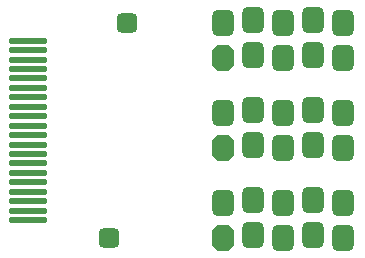
<source format=gbr>
%TF.GenerationSoftware,Altium Limited,Altium Designer,25.4.2 (15)*%
G04 Layer_Color=8388736*
%FSLAX45Y45*%
%MOMM*%
%TF.SameCoordinates,CEB5D3C2-0C51-4B95-AE11-DBC00170FBBE*%
%TF.FilePolarity,Negative*%
%TF.FileFunction,Soldermask,Top*%
%TF.Part,Single*%
G01*
G75*
%TA.AperFunction,SMDPad,CuDef*%
G04:AMPARAMS|DCode=23|XSize=3.28mm|YSize=0.58mm|CornerRadius=0.165mm|HoleSize=0mm|Usage=FLASHONLY|Rotation=0.000|XOffset=0mm|YOffset=0mm|HoleType=Round|Shape=RoundedRectangle|*
%AMROUNDEDRECTD23*
21,1,3.28000,0.25000,0,0,0.0*
21,1,2.95000,0.58000,0,0,0.0*
1,1,0.33000,1.47500,-0.12500*
1,1,0.33000,-1.47500,-0.12500*
1,1,0.33000,-1.47500,0.12500*
1,1,0.33000,1.47500,0.12500*
%
%ADD23ROUNDEDRECTD23*%
%TA.AperFunction,ComponentPad*%
G04:AMPARAMS|DCode=24|XSize=1.85mm|YSize=2.25mm|CornerRadius=0mm|HoleSize=0mm|Usage=FLASHONLY|Rotation=0.000|XOffset=0mm|YOffset=0mm|HoleType=Round|Shape=Octagon|*
%AMOCTAGOND24*
4,1,8,-0.46250,1.12500,0.46250,1.12500,0.92500,0.66250,0.92500,-0.66250,0.46250,-1.12500,-0.46250,-1.12500,-0.92500,-0.66250,-0.92500,0.66250,-0.46250,1.12500,0.0*
%
%ADD24OCTAGOND24*%

G04:AMPARAMS|DCode=25|XSize=1.85mm|YSize=2.25mm|CornerRadius=0.5mm|HoleSize=0mm|Usage=FLASHONLY|Rotation=0.000|XOffset=0mm|YOffset=0mm|HoleType=Round|Shape=RoundedRectangle|*
%AMROUNDEDRECTD25*
21,1,1.85000,1.25001,0,0,0.0*
21,1,0.85000,2.25000,0,0,0.0*
1,1,1.00000,0.42500,-0.62500*
1,1,1.00000,-0.42500,-0.62500*
1,1,1.00000,-0.42500,0.62500*
1,1,1.00000,0.42500,0.62500*
%
%ADD25ROUNDEDRECTD25*%
G04:AMPARAMS|DCode=26|XSize=1.7mm|YSize=1.75mm|CornerRadius=0.4625mm|HoleSize=0mm|Usage=FLASHONLY|Rotation=270.000|XOffset=0mm|YOffset=0mm|HoleType=Round|Shape=RoundedRectangle|*
%AMROUNDEDRECTD26*
21,1,1.70000,0.82500,0,0,270.0*
21,1,0.77500,1.75000,0,0,270.0*
1,1,0.92500,-0.41250,-0.38750*
1,1,0.92500,-0.41250,0.38750*
1,1,0.92500,0.41250,0.38750*
1,1,0.92500,0.41250,-0.38750*
%
%ADD26ROUNDEDRECTD26*%
D23*
X300000Y750000D02*
D03*
Y670000D02*
D03*
Y830000D02*
D03*
Y590000D02*
D03*
Y990000D02*
D03*
Y910000D02*
D03*
Y1230000D02*
D03*
Y1070000D02*
D03*
Y1470000D02*
D03*
Y1150000D02*
D03*
Y1390000D02*
D03*
Y1310000D02*
D03*
Y1630000D02*
D03*
Y1870000D02*
D03*
Y1950000D02*
D03*
Y2030000D02*
D03*
Y1550000D02*
D03*
Y2110000D02*
D03*
Y1710000D02*
D03*
Y1790000D02*
D03*
D24*
X1946000Y442000D02*
D03*
Y1204000D02*
D03*
Y1966000D02*
D03*
D25*
X2200000Y468000D02*
D03*
X2454000Y442000D02*
D03*
X2708000Y468000D02*
D03*
X2962000Y442000D02*
D03*
X1946000Y736000D02*
D03*
X2200000Y762000D02*
D03*
X2454000Y736000D02*
D03*
X2708000Y762000D02*
D03*
X2962000Y736000D02*
D03*
X2200000Y1230000D02*
D03*
X2454000Y1204000D02*
D03*
X2708000Y1230000D02*
D03*
X2962000Y1204000D02*
D03*
X1946000Y1498000D02*
D03*
X2200000Y1524000D02*
D03*
X2454000Y1498000D02*
D03*
X2708000Y1524000D02*
D03*
X2962000Y1498000D02*
D03*
X2200000Y1992000D02*
D03*
X2454000Y1966000D02*
D03*
X2708000Y1992000D02*
D03*
X2962000Y1966000D02*
D03*
X1946000Y2260000D02*
D03*
X2200000Y2286000D02*
D03*
X2454000Y2260000D02*
D03*
X2708000Y2286000D02*
D03*
X2962000Y2260000D02*
D03*
D26*
X982999Y440002D02*
D03*
X1132999Y2260002D02*
D03*
%TF.MD5,751df0c58194821d42b38d605950a674*%
M02*

</source>
